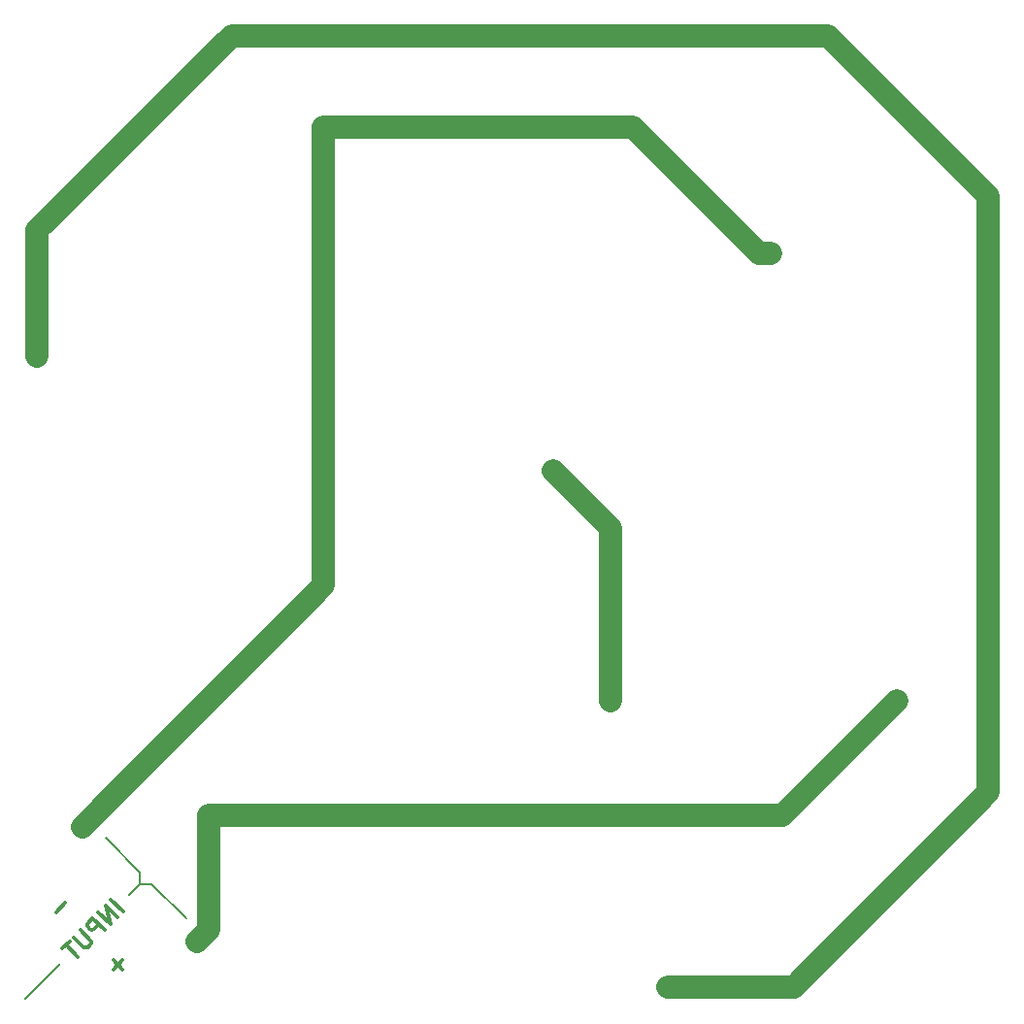
<source format=gbr>
G04 #@! TF.FileFunction,Legend,Bot*
%FSLAX46Y46*%
G04 Gerber Fmt 4.6, Leading zero omitted, Abs format (unit mm)*
G04 Created by KiCad (PCBNEW 4.0.6) date 12/04/17 20:42:47*
%MOMM*%
%LPD*%
G01*
G04 APERTURE LIST*
%ADD10C,0.050000*%
%ADD11C,2.000000*%
%ADD12C,0.200000*%
%ADD13C,0.300000*%
G04 APERTURE END LIST*
D10*
D11*
X105000000Y-115000000D02*
X104000000Y-116000000D01*
X115000000Y-125000000D02*
X114000000Y-126000000D01*
X125000000Y-95000000D02*
X105000000Y-115000000D01*
X125000000Y-80000000D02*
X125000000Y-55000000D01*
D12*
X109000000Y-120000000D02*
X106000000Y-117000000D01*
X110000000Y-121000000D02*
X113000000Y-124000000D01*
D11*
X150000000Y-90000000D02*
X150000000Y-105000000D01*
X145000000Y-85000000D02*
X150000000Y-90000000D01*
X165000000Y-115000000D02*
X175000000Y-105000000D01*
X115000000Y-115000000D02*
X165000000Y-115000000D01*
X115000000Y-115000000D02*
X115000000Y-125000000D01*
X125000000Y-80000000D02*
X125000000Y-95000000D01*
D12*
X125000000Y-55000000D02*
X125000000Y-80000000D01*
D11*
X163000000Y-66000000D02*
X164000000Y-66000000D01*
X152000000Y-55000000D02*
X163000000Y-66000000D01*
X125000000Y-55000000D02*
X152000000Y-55000000D01*
X100000000Y-64000000D02*
X100000000Y-75000000D01*
X117000000Y-47000000D02*
X100000000Y-64000000D01*
X169000000Y-47000000D02*
X117000000Y-47000000D01*
X183000000Y-61000000D02*
X169000000Y-47000000D01*
X183000000Y-113000000D02*
X183000000Y-61000000D01*
X166000000Y-130000000D02*
X183000000Y-113000000D01*
X155000000Y-130000000D02*
X166000000Y-130000000D01*
D12*
X109000000Y-121000000D02*
X109000000Y-120000000D01*
X109000000Y-121000000D02*
X110000000Y-121000000D01*
X108000000Y-122000000D02*
X109000000Y-121000000D01*
X102000000Y-128000000D02*
X99000000Y-131000000D01*
D13*
X107525381Y-123434263D02*
X106464721Y-122373603D01*
X107020304Y-123939340D02*
X105959644Y-122878680D01*
X106414213Y-124545431D01*
X105353553Y-123484771D01*
X105909136Y-125050508D02*
X104848476Y-123989848D01*
X104444416Y-124393908D01*
X104393908Y-124545432D01*
X104393908Y-124646447D01*
X104444416Y-124797970D01*
X104595938Y-124949493D01*
X104747462Y-125000001D01*
X104848476Y-125000001D01*
X105000000Y-124949493D01*
X105404061Y-124545432D01*
X103787816Y-125050508D02*
X104646446Y-125909138D01*
X104696954Y-126060660D01*
X104696954Y-126161676D01*
X104646446Y-126313198D01*
X104444416Y-126515229D01*
X104292893Y-126565737D01*
X104191877Y-126565737D01*
X104040354Y-126515229D01*
X103181724Y-125656600D01*
X102828171Y-126010153D02*
X102222079Y-126616245D01*
X103585785Y-127373859D02*
X102525125Y-126313199D01*
X107479822Y-127671701D02*
X106671700Y-128479823D01*
X107479822Y-128479822D02*
X106671700Y-127671700D01*
X102479822Y-122671701D02*
X101671700Y-123479823D01*
M02*

</source>
